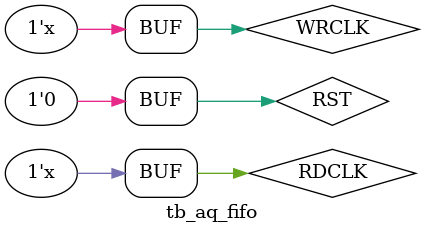
<source format=v>
/*
 * Copyright (C)2014-2015 AQUAXIS TECHNOLOGY.
 *  Don't remove this header. 
 * When you use this source, there is a need to inherit this header.
 *
 * License
 *  For no commercial -
 *   License:     The Open Software License 3.0
 *   License URI: http://www.opensource.org/licenses/OSL-3.0
 *
 *  For commmercial -
 *   License:     AQUAXIS License 1.0
 *   License URI: http://www.aquaxis.com/licenses/OSL-3.0
 *
 * For further information please contact.
 *	URI:    http://www.aquaxis.com/
 *	E-Mail: info(at)aquaxis.com
 */
`timescale 1ns / 1ps
module tb_aq_fifo;

reg         RST;

reg         WRCLK;
reg         WREN;
reg [63:0]  DI;
wire        FULL;
wire        AFULL;
wire [7:0]  WRCOUNT;

reg         RDCLK;
reg         RDEN;
wire [63:0] DO;
wire        EMPTY;
wire        AEMPTY;
wire [7:0]  RDCOUNT;

  aq_fifo u_aq_rfifo
    (
      .RST(RST),
      
      .WRCLK(WRCLK),
      .WREN(WREN),
      .DI(DI),
      .FULL(FULL),
      .AFULL(AFULL),
      .WRCOUNT(WRCOUNT),
      
      .RDCLK(RDCLK),
      .RDEN(RDEN), 
      .DO(DO),
      .EMPTY(EMPTY),
      .AEMPTY(AEMPTY),
      .RDCOUNT(RDCOUNT)
    );

// Clock
initial begin
WRCLK <= 1'b0;
RDCLK <= 1'b0;
end

parameter CLK100N = 10;

always begin
  #(CLK100N/2) WRCLK <= ~WRCLK;
end
always begin
  #(CLK100N/2) RDCLK <= ~RDCLK;
end

// Reset
initial begin
  RST <= 1'b0;
  #(1000);
  RST <= 1'b1;
  #(1000);
  RST <= 1'b0;
end

// Signal
integer wrcount, rdcount;

always @(negedge WRCLK or posedge RST) begin
  if(RST) begin
    wrcount <= 0;
    WREN <= 1'b0;
    DI <= 64'd0;
  end else begin
    wrcount <= wrcount +1;
    if((wrcount >= 100) && (wrcount < 1024+100-256)) begin
      WREN <= 1'b1;
      DI <= DI + 64'd1;
    end else begin
      WREN <= 1'b0;
      DI <= 64'd0;
    end
  end
end

always @(negedge RDCLK or posedge RST) begin
  if(RST) begin
    rdcount <= 0;
    RDEN <= 1'b0;
  end else begin
  end
end

endmodule

</source>
